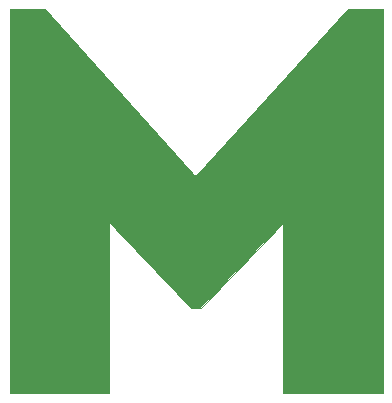
<source format=gto>
G04 #@! TF.FileFunction,Legend,Top*
%FSLAX46Y46*%
G04 Gerber Fmt 4.6, Leading zero omitted, Abs format (unit mm)*
G04 Created by KiCad (PCBNEW 4.0.0-rc2-stable) date 3/3/2016 3:46:00 PM*
%MOMM*%
G01*
G04 APERTURE LIST*
%ADD10C,0.150000*%
%ADD11C,0.025400*%
G04 APERTURE END LIST*
D10*
D11*
G36*
X67074966Y-32724709D02*
X67079018Y-32727709D01*
X67084400Y-32728906D01*
X67086090Y-32728906D01*
X67091031Y-32727905D01*
X67095447Y-32724793D01*
X80016522Y-18645152D01*
X82962390Y-18645152D01*
X82962390Y-51140860D01*
X74512439Y-51140860D01*
X74511790Y-36698852D01*
X74510789Y-36693911D01*
X74507945Y-36689749D01*
X74503705Y-36687021D01*
X74498739Y-36686158D01*
X74493827Y-36687295D01*
X74489908Y-36690079D01*
X67588109Y-43913455D01*
X66673697Y-43913455D01*
X59819953Y-36690066D01*
X59815826Y-36687170D01*
X59810898Y-36686108D01*
X59805945Y-36687047D01*
X59801747Y-36689839D01*
X59798967Y-36694044D01*
X59798040Y-36698806D01*
X59797238Y-51140860D01*
X51347280Y-51140860D01*
X51347280Y-18645152D01*
X54384356Y-18645152D01*
X67074966Y-32724709D01*
X67074966Y-32724709D01*
G37*
X67074966Y-32724709D02*
X67079018Y-32727709D01*
X67084400Y-32728906D01*
X67086090Y-32728906D01*
X67091031Y-32727905D01*
X67095447Y-32724793D01*
X80016522Y-18645152D01*
X82962390Y-18645152D01*
X82962390Y-51140860D01*
X74512439Y-51140860D01*
X74511790Y-36698852D01*
X74510789Y-36693911D01*
X74507945Y-36689749D01*
X74503705Y-36687021D01*
X74498739Y-36686158D01*
X74493827Y-36687295D01*
X74489908Y-36690079D01*
X67588109Y-43913455D01*
X66673697Y-43913455D01*
X59819953Y-36690066D01*
X59815826Y-36687170D01*
X59810898Y-36686108D01*
X59805945Y-36687047D01*
X59801747Y-36689839D01*
X59798967Y-36694044D01*
X59798040Y-36698806D01*
X59797238Y-51140860D01*
X51347280Y-51140860D01*
X51347280Y-18645152D01*
X54384356Y-18645152D01*
X67074966Y-32724709D01*
M02*

</source>
